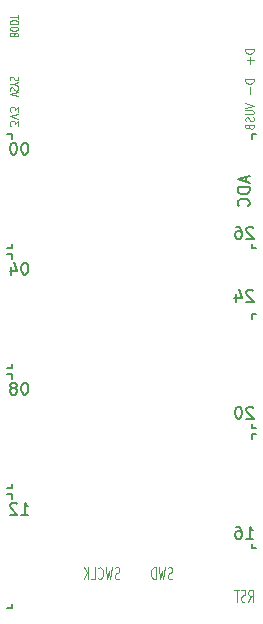
<source format=gbr>
%TF.GenerationSoftware,KiCad,Pcbnew,(6.0.1)*%
%TF.CreationDate,2022-03-04T09:32:41+09:00*%
%TF.ProjectId,yuiop2040,7975696f-7032-4303-9430-2e6b69636164,2*%
%TF.SameCoordinates,Original*%
%TF.FileFunction,Legend,Bot*%
%TF.FilePolarity,Positive*%
%FSLAX46Y46*%
G04 Gerber Fmt 4.6, Leading zero omitted, Abs format (unit mm)*
G04 Created by KiCad (PCBNEW (6.0.1)) date 2022-03-04 09:32:41*
%MOMM*%
%LPD*%
G01*
G04 APERTURE LIST*
%ADD10C,0.150000*%
%ADD11C,0.100000*%
%ADD12C,0.075000*%
%ADD13C,0.120000*%
G04 APERTURE END LIST*
D10*
X129240000Y-114166000D02*
X129240000Y-113785000D01*
X128859000Y-93846000D02*
X129240000Y-93846000D01*
X149560000Y-108705000D02*
X149560000Y-109086000D01*
X129240000Y-115055000D02*
X129240000Y-114674000D01*
X129240000Y-84194000D02*
X128859000Y-84194000D01*
X129240000Y-94735000D02*
X129240000Y-94354000D01*
X149941000Y-84194000D02*
X149560000Y-84194000D01*
X129240000Y-104006000D02*
X129240000Y-103625000D01*
X149560000Y-109086000D02*
X149941000Y-109086000D01*
X149560000Y-93846000D02*
X149941000Y-93846000D01*
X129240000Y-104514000D02*
X128859000Y-104514000D01*
X129240000Y-84575000D02*
X129240000Y-84194000D01*
X149560000Y-99434000D02*
X149560000Y-99815000D01*
X129240000Y-94354000D02*
X128859000Y-94354000D01*
X149560000Y-93465000D02*
X149560000Y-93846000D01*
X149941000Y-99434000D02*
X149560000Y-99434000D01*
X129240000Y-114674000D02*
X128859000Y-114674000D01*
X128859000Y-104006000D02*
X129240000Y-104006000D01*
X129240000Y-104895000D02*
X129240000Y-104514000D01*
X129240000Y-93846000D02*
X129240000Y-93465000D01*
X149560000Y-118865000D02*
X149560000Y-119246000D01*
X149560000Y-119246000D02*
X149941000Y-119246000D01*
X128859000Y-114166000D02*
X129240000Y-114166000D01*
X128859000Y-124326000D02*
X129240000Y-124326000D01*
X149560000Y-109594000D02*
X149560000Y-109975000D01*
X149560000Y-84194000D02*
X149560000Y-84575000D01*
X129240000Y-124326000D02*
X129240000Y-123945000D01*
X149941000Y-109594000D02*
X149560000Y-109594000D01*
D11*
X138352857Y-121809761D02*
X138258571Y-121857380D01*
X138101428Y-121857380D01*
X138038571Y-121809761D01*
X138007142Y-121762142D01*
X137975714Y-121666904D01*
X137975714Y-121571666D01*
X138007142Y-121476428D01*
X138038571Y-121428809D01*
X138101428Y-121381190D01*
X138227142Y-121333571D01*
X138290000Y-121285952D01*
X138321428Y-121238333D01*
X138352857Y-121143095D01*
X138352857Y-121047857D01*
X138321428Y-120952619D01*
X138290000Y-120905000D01*
X138227142Y-120857380D01*
X138070000Y-120857380D01*
X137975714Y-120905000D01*
X137755714Y-120857380D02*
X137598571Y-121857380D01*
X137472857Y-121143095D01*
X137347142Y-121857380D01*
X137190000Y-120857380D01*
X136561428Y-121762142D02*
X136592857Y-121809761D01*
X136687142Y-121857380D01*
X136750000Y-121857380D01*
X136844285Y-121809761D01*
X136907142Y-121714523D01*
X136938571Y-121619285D01*
X136970000Y-121428809D01*
X136970000Y-121285952D01*
X136938571Y-121095476D01*
X136907142Y-121000238D01*
X136844285Y-120905000D01*
X136750000Y-120857380D01*
X136687142Y-120857380D01*
X136592857Y-120905000D01*
X136561428Y-120952619D01*
X135964285Y-121857380D02*
X136278571Y-121857380D01*
X136278571Y-120857380D01*
X135744285Y-121857380D02*
X135744285Y-120857380D01*
X135367142Y-121857380D02*
X135650000Y-121285952D01*
X135367142Y-120857380D02*
X135744285Y-121428809D01*
X142835714Y-121809761D02*
X142741428Y-121857380D01*
X142584285Y-121857380D01*
X142521428Y-121809761D01*
X142490000Y-121762142D01*
X142458571Y-121666904D01*
X142458571Y-121571666D01*
X142490000Y-121476428D01*
X142521428Y-121428809D01*
X142584285Y-121381190D01*
X142710000Y-121333571D01*
X142772857Y-121285952D01*
X142804285Y-121238333D01*
X142835714Y-121143095D01*
X142835714Y-121047857D01*
X142804285Y-120952619D01*
X142772857Y-120905000D01*
X142710000Y-120857380D01*
X142552857Y-120857380D01*
X142458571Y-120905000D01*
X142238571Y-120857380D02*
X142081428Y-121857380D01*
X141955714Y-121143095D01*
X141830000Y-121857380D01*
X141672857Y-120857380D01*
X141421428Y-121857380D02*
X141421428Y-120857380D01*
X141264285Y-120857380D01*
X141170000Y-120905000D01*
X141107142Y-121000238D01*
X141075714Y-121095476D01*
X141044285Y-121285952D01*
X141044285Y-121428809D01*
X141075714Y-121619285D01*
X141107142Y-121714523D01*
X141170000Y-121809761D01*
X141264285Y-121857380D01*
X141421428Y-121857380D01*
D10*
X149091666Y-87781904D02*
X149091666Y-88258095D01*
X149377380Y-87686666D02*
X148377380Y-88020000D01*
X149377380Y-88353333D01*
X149377380Y-88686666D02*
X148377380Y-88686666D01*
X148377380Y-88924761D01*
X148425000Y-89067619D01*
X148520238Y-89162857D01*
X148615476Y-89210476D01*
X148805952Y-89258095D01*
X148948809Y-89258095D01*
X149139285Y-89210476D01*
X149234523Y-89162857D01*
X149329761Y-89067619D01*
X149377380Y-88924761D01*
X149377380Y-88686666D01*
X149282142Y-90258095D02*
X149329761Y-90210476D01*
X149377380Y-90067619D01*
X149377380Y-89972380D01*
X149329761Y-89829523D01*
X149234523Y-89734285D01*
X149139285Y-89686666D01*
X148948809Y-89639047D01*
X148805952Y-89639047D01*
X148615476Y-89686666D01*
X148520238Y-89734285D01*
X148425000Y-89829523D01*
X148377380Y-89972380D01*
X148377380Y-90067619D01*
X148425000Y-90210476D01*
X148472619Y-90258095D01*
D11*
X129783333Y-83487142D02*
X129783333Y-83078571D01*
X129516666Y-83298571D01*
X129516666Y-83204285D01*
X129483333Y-83141428D01*
X129450000Y-83110000D01*
X129383333Y-83078571D01*
X129216666Y-83078571D01*
X129150000Y-83110000D01*
X129116666Y-83141428D01*
X129083333Y-83204285D01*
X129083333Y-83392857D01*
X129116666Y-83455714D01*
X129150000Y-83487142D01*
X129783333Y-82890000D02*
X129083333Y-82670000D01*
X129783333Y-82450000D01*
X129783333Y-82292857D02*
X129783333Y-81884285D01*
X129516666Y-82104285D01*
X129516666Y-82010000D01*
X129483333Y-81947142D01*
X129450000Y-81915714D01*
X129383333Y-81884285D01*
X129216666Y-81884285D01*
X129150000Y-81915714D01*
X129116666Y-81947142D01*
X129083333Y-82010000D01*
X129083333Y-82198571D01*
X129116666Y-82261428D01*
X129150000Y-82292857D01*
D12*
X129450000Y-75728571D02*
X129416666Y-75657142D01*
X129383333Y-75633333D01*
X129316666Y-75609523D01*
X129216666Y-75609523D01*
X129150000Y-75633333D01*
X129116666Y-75657142D01*
X129083333Y-75704761D01*
X129083333Y-75895238D01*
X129783333Y-75895238D01*
X129783333Y-75728571D01*
X129750000Y-75680952D01*
X129716666Y-75657142D01*
X129650000Y-75633333D01*
X129583333Y-75633333D01*
X129516666Y-75657142D01*
X129483333Y-75680952D01*
X129450000Y-75728571D01*
X129450000Y-75895238D01*
X129783333Y-75300000D02*
X129783333Y-75204761D01*
X129750000Y-75157142D01*
X129683333Y-75109523D01*
X129550000Y-75085714D01*
X129316666Y-75085714D01*
X129183333Y-75109523D01*
X129116666Y-75157142D01*
X129083333Y-75204761D01*
X129083333Y-75300000D01*
X129116666Y-75347619D01*
X129183333Y-75395238D01*
X129316666Y-75419047D01*
X129550000Y-75419047D01*
X129683333Y-75395238D01*
X129750000Y-75347619D01*
X129783333Y-75300000D01*
X129783333Y-74776190D02*
X129783333Y-74680952D01*
X129750000Y-74633333D01*
X129683333Y-74585714D01*
X129550000Y-74561904D01*
X129316666Y-74561904D01*
X129183333Y-74585714D01*
X129116666Y-74633333D01*
X129083333Y-74680952D01*
X129083333Y-74776190D01*
X129116666Y-74823809D01*
X129183333Y-74871428D01*
X129316666Y-74895238D01*
X129550000Y-74895238D01*
X129683333Y-74871428D01*
X129750000Y-74823809D01*
X129783333Y-74776190D01*
X129783333Y-74419047D02*
X129783333Y-74133333D01*
X129083333Y-74276190D02*
X129783333Y-74276190D01*
X129783333Y-80987142D02*
X129083333Y-80820476D01*
X129783333Y-80653809D01*
X129116666Y-80510952D02*
X129083333Y-80439523D01*
X129083333Y-80320476D01*
X129116666Y-80272857D01*
X129150000Y-80249047D01*
X129216666Y-80225238D01*
X129283333Y-80225238D01*
X129350000Y-80249047D01*
X129383333Y-80272857D01*
X129416666Y-80320476D01*
X129450000Y-80415714D01*
X129483333Y-80463333D01*
X129516666Y-80487142D01*
X129583333Y-80510952D01*
X129650000Y-80510952D01*
X129716666Y-80487142D01*
X129750000Y-80463333D01*
X129783333Y-80415714D01*
X129783333Y-80296666D01*
X129750000Y-80225238D01*
X129416666Y-79915714D02*
X129083333Y-79915714D01*
X129783333Y-80082380D02*
X129416666Y-79915714D01*
X129783333Y-79749047D01*
X129116666Y-79606190D02*
X129083333Y-79534761D01*
X129083333Y-79415714D01*
X129116666Y-79368095D01*
X129150000Y-79344285D01*
X129216666Y-79320476D01*
X129283333Y-79320476D01*
X129350000Y-79344285D01*
X129383333Y-79368095D01*
X129416666Y-79415714D01*
X129450000Y-79510952D01*
X129483333Y-79558571D01*
X129516666Y-79582380D01*
X129583333Y-79606190D01*
X129650000Y-79606190D01*
X129716666Y-79582380D01*
X129750000Y-79558571D01*
X129783333Y-79510952D01*
X129783333Y-79391904D01*
X129750000Y-79320476D01*
D10*
X149675727Y-97457619D02*
X149628108Y-97410000D01*
X149532870Y-97362380D01*
X149294775Y-97362380D01*
X149199537Y-97410000D01*
X149151918Y-97457619D01*
X149104299Y-97552857D01*
X149104299Y-97648095D01*
X149151918Y-97790952D01*
X149723346Y-98362380D01*
X149104299Y-98362380D01*
X148247156Y-97695714D02*
X148247156Y-98362380D01*
X148485251Y-97314761D02*
X148723346Y-98029047D01*
X148104299Y-98029047D01*
D11*
X149286428Y-123762380D02*
X149506428Y-123286190D01*
X149663571Y-123762380D02*
X149663571Y-122762380D01*
X149412142Y-122762380D01*
X149349285Y-122810000D01*
X149317857Y-122857619D01*
X149286428Y-122952857D01*
X149286428Y-123095714D01*
X149317857Y-123190952D01*
X149349285Y-123238571D01*
X149412142Y-123286190D01*
X149663571Y-123286190D01*
X149035000Y-123714761D02*
X148940714Y-123762380D01*
X148783571Y-123762380D01*
X148720714Y-123714761D01*
X148689285Y-123667142D01*
X148657857Y-123571904D01*
X148657857Y-123476666D01*
X148689285Y-123381428D01*
X148720714Y-123333809D01*
X148783571Y-123286190D01*
X148909285Y-123238571D01*
X148972142Y-123190952D01*
X149003571Y-123143333D01*
X149035000Y-123048095D01*
X149035000Y-122952857D01*
X149003571Y-122857619D01*
X148972142Y-122810000D01*
X148909285Y-122762380D01*
X148752142Y-122762380D01*
X148657857Y-122810000D01*
X148469285Y-122762380D02*
X148092142Y-122762380D01*
X148280714Y-123762380D02*
X148280714Y-122762380D01*
D13*
X149716666Y-79513333D02*
X149016666Y-79513333D01*
X149016666Y-79680000D01*
X149050000Y-79780000D01*
X149116666Y-79846666D01*
X149183333Y-79880000D01*
X149316666Y-79913333D01*
X149416666Y-79913333D01*
X149550000Y-79880000D01*
X149616666Y-79846666D01*
X149683333Y-79780000D01*
X149716666Y-79680000D01*
X149716666Y-79513333D01*
X149450000Y-80213333D02*
X149450000Y-80746666D01*
X149716666Y-76973333D02*
X149016666Y-76973333D01*
X149016666Y-77140000D01*
X149050000Y-77240000D01*
X149116666Y-77306666D01*
X149183333Y-77340000D01*
X149316666Y-77373333D01*
X149416666Y-77373333D01*
X149550000Y-77340000D01*
X149616666Y-77306666D01*
X149683333Y-77240000D01*
X149716666Y-77140000D01*
X149716666Y-76973333D01*
X149450000Y-77673333D02*
X149450000Y-78206666D01*
X149716666Y-77940000D02*
X149183333Y-77940000D01*
D10*
X130398809Y-105236380D02*
X130303571Y-105236380D01*
X130208333Y-105284000D01*
X130160714Y-105331619D01*
X130113095Y-105426857D01*
X130065476Y-105617333D01*
X130065476Y-105855428D01*
X130113095Y-106045904D01*
X130160714Y-106141142D01*
X130208333Y-106188761D01*
X130303571Y-106236380D01*
X130398809Y-106236380D01*
X130494047Y-106188761D01*
X130541666Y-106141142D01*
X130589285Y-106045904D01*
X130636904Y-105855428D01*
X130636904Y-105617333D01*
X130589285Y-105426857D01*
X130541666Y-105331619D01*
X130494047Y-105284000D01*
X130398809Y-105236380D01*
X129494047Y-105664952D02*
X129589285Y-105617333D01*
X129636904Y-105569714D01*
X129684523Y-105474476D01*
X129684523Y-105426857D01*
X129636904Y-105331619D01*
X129589285Y-105284000D01*
X129494047Y-105236380D01*
X129303571Y-105236380D01*
X129208333Y-105284000D01*
X129160714Y-105331619D01*
X129113095Y-105426857D01*
X129113095Y-105474476D01*
X129160714Y-105569714D01*
X129208333Y-105617333D01*
X129303571Y-105664952D01*
X129494047Y-105664952D01*
X129589285Y-105712571D01*
X129636904Y-105760190D01*
X129684523Y-105855428D01*
X129684523Y-106045904D01*
X129636904Y-106141142D01*
X129589285Y-106188761D01*
X129494047Y-106236380D01*
X129303571Y-106236380D01*
X129208333Y-106188761D01*
X129160714Y-106141142D01*
X129113095Y-106045904D01*
X129113095Y-105855428D01*
X129160714Y-105760190D01*
X129208333Y-105712571D01*
X129303571Y-105664952D01*
X130398809Y-95076380D02*
X130303571Y-95076380D01*
X130208333Y-95124000D01*
X130160714Y-95171619D01*
X130113095Y-95266857D01*
X130065476Y-95457333D01*
X130065476Y-95695428D01*
X130113095Y-95885904D01*
X130160714Y-95981142D01*
X130208333Y-96028761D01*
X130303571Y-96076380D01*
X130398809Y-96076380D01*
X130494047Y-96028761D01*
X130541666Y-95981142D01*
X130589285Y-95885904D01*
X130636904Y-95695428D01*
X130636904Y-95457333D01*
X130589285Y-95266857D01*
X130541666Y-95171619D01*
X130494047Y-95124000D01*
X130398809Y-95076380D01*
X129208333Y-95409714D02*
X129208333Y-96076380D01*
X129446428Y-95028761D02*
X129684523Y-95743047D01*
X129065476Y-95743047D01*
X149115476Y-118428380D02*
X149686904Y-118428380D01*
X149401190Y-118428380D02*
X149401190Y-117428380D01*
X149496428Y-117571238D01*
X149591666Y-117666476D01*
X149686904Y-117714095D01*
X148258333Y-117428380D02*
X148448809Y-117428380D01*
X148544047Y-117476000D01*
X148591666Y-117523619D01*
X148686904Y-117666476D01*
X148734523Y-117856952D01*
X148734523Y-118237904D01*
X148686904Y-118333142D01*
X148639285Y-118380761D01*
X148544047Y-118428380D01*
X148353571Y-118428380D01*
X148258333Y-118380761D01*
X148210714Y-118333142D01*
X148163095Y-118237904D01*
X148163095Y-117999809D01*
X148210714Y-117904571D01*
X148258333Y-117856952D01*
X148353571Y-117809333D01*
X148544047Y-117809333D01*
X148639285Y-117856952D01*
X148686904Y-117904571D01*
X148734523Y-117999809D01*
X149686904Y-107363619D02*
X149639285Y-107316000D01*
X149544047Y-107268380D01*
X149305952Y-107268380D01*
X149210714Y-107316000D01*
X149163095Y-107363619D01*
X149115476Y-107458857D01*
X149115476Y-107554095D01*
X149163095Y-107696952D01*
X149734523Y-108268380D01*
X149115476Y-108268380D01*
X148496428Y-107268380D02*
X148401190Y-107268380D01*
X148305952Y-107316000D01*
X148258333Y-107363619D01*
X148210714Y-107458857D01*
X148163095Y-107649333D01*
X148163095Y-107887428D01*
X148210714Y-108077904D01*
X148258333Y-108173142D01*
X148305952Y-108220761D01*
X148401190Y-108268380D01*
X148496428Y-108268380D01*
X148591666Y-108220761D01*
X148639285Y-108173142D01*
X148686904Y-108077904D01*
X148734523Y-107887428D01*
X148734523Y-107649333D01*
X148686904Y-107458857D01*
X148639285Y-107363619D01*
X148591666Y-107316000D01*
X148496428Y-107268380D01*
X130398809Y-84916380D02*
X130303571Y-84916380D01*
X130208333Y-84964000D01*
X130160714Y-85011619D01*
X130113095Y-85106857D01*
X130065476Y-85297333D01*
X130065476Y-85535428D01*
X130113095Y-85725904D01*
X130160714Y-85821142D01*
X130208333Y-85868761D01*
X130303571Y-85916380D01*
X130398809Y-85916380D01*
X130494047Y-85868761D01*
X130541666Y-85821142D01*
X130589285Y-85725904D01*
X130636904Y-85535428D01*
X130636904Y-85297333D01*
X130589285Y-85106857D01*
X130541666Y-85011619D01*
X130494047Y-84964000D01*
X130398809Y-84916380D01*
X129446428Y-84916380D02*
X129351190Y-84916380D01*
X129255952Y-84964000D01*
X129208333Y-85011619D01*
X129160714Y-85106857D01*
X129113095Y-85297333D01*
X129113095Y-85535428D01*
X129160714Y-85725904D01*
X129208333Y-85821142D01*
X129255952Y-85868761D01*
X129351190Y-85916380D01*
X129446428Y-85916380D01*
X129541666Y-85868761D01*
X129589285Y-85821142D01*
X129636904Y-85725904D01*
X129684523Y-85535428D01*
X129684523Y-85297333D01*
X129636904Y-85106857D01*
X129589285Y-85011619D01*
X129541666Y-84964000D01*
X129446428Y-84916380D01*
X149686904Y-92123619D02*
X149639285Y-92076000D01*
X149544047Y-92028380D01*
X149305952Y-92028380D01*
X149210714Y-92076000D01*
X149163095Y-92123619D01*
X149115476Y-92218857D01*
X149115476Y-92314095D01*
X149163095Y-92456952D01*
X149734523Y-93028380D01*
X149115476Y-93028380D01*
X148258333Y-92028380D02*
X148448809Y-92028380D01*
X148544047Y-92076000D01*
X148591666Y-92123619D01*
X148686904Y-92266476D01*
X148734523Y-92456952D01*
X148734523Y-92837904D01*
X148686904Y-92933142D01*
X148639285Y-92980761D01*
X148544047Y-93028380D01*
X148353571Y-93028380D01*
X148258333Y-92980761D01*
X148210714Y-92933142D01*
X148163095Y-92837904D01*
X148163095Y-92599809D01*
X148210714Y-92504571D01*
X148258333Y-92456952D01*
X148353571Y-92409333D01*
X148544047Y-92409333D01*
X148639285Y-92456952D01*
X148686904Y-92504571D01*
X148734523Y-92599809D01*
D13*
X149016666Y-81570000D02*
X149716666Y-81770000D01*
X149016666Y-81970000D01*
X149016666Y-82170000D02*
X149583333Y-82170000D01*
X149650000Y-82198571D01*
X149683333Y-82227142D01*
X149716666Y-82284285D01*
X149716666Y-82398571D01*
X149683333Y-82455714D01*
X149650000Y-82484285D01*
X149583333Y-82512857D01*
X149016666Y-82512857D01*
X149683333Y-82770000D02*
X149716666Y-82855714D01*
X149716666Y-82998571D01*
X149683333Y-83055714D01*
X149650000Y-83084285D01*
X149583333Y-83112857D01*
X149516666Y-83112857D01*
X149450000Y-83084285D01*
X149416666Y-83055714D01*
X149383333Y-82998571D01*
X149350000Y-82884285D01*
X149316666Y-82827142D01*
X149283333Y-82798571D01*
X149216666Y-82770000D01*
X149150000Y-82770000D01*
X149083333Y-82798571D01*
X149050000Y-82827142D01*
X149016666Y-82884285D01*
X149016666Y-83027142D01*
X149050000Y-83112857D01*
X149350000Y-83570000D02*
X149383333Y-83655714D01*
X149416666Y-83684285D01*
X149483333Y-83712857D01*
X149583333Y-83712857D01*
X149650000Y-83684285D01*
X149683333Y-83655714D01*
X149716666Y-83598571D01*
X149716666Y-83370000D01*
X149016666Y-83370000D01*
X149016666Y-83570000D01*
X149050000Y-83627142D01*
X149083333Y-83655714D01*
X149150000Y-83684285D01*
X149216666Y-83684285D01*
X149283333Y-83655714D01*
X149316666Y-83627142D01*
X149350000Y-83570000D01*
X149350000Y-83370000D01*
D10*
X130065476Y-116396380D02*
X130636904Y-116396380D01*
X130351190Y-116396380D02*
X130351190Y-115396380D01*
X130446428Y-115539238D01*
X130541666Y-115634476D01*
X130636904Y-115682095D01*
X129684523Y-115491619D02*
X129636904Y-115444000D01*
X129541666Y-115396380D01*
X129303571Y-115396380D01*
X129208333Y-115444000D01*
X129160714Y-115491619D01*
X129113095Y-115586857D01*
X129113095Y-115682095D01*
X129160714Y-115824952D01*
X129732142Y-116396380D01*
X129113095Y-116396380D01*
M02*

</source>
